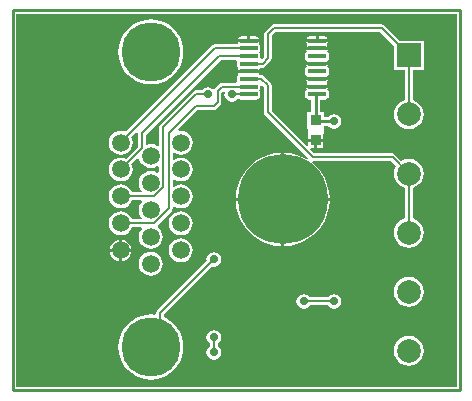
<source format=gbl>
G04*
G04 #@! TF.GenerationSoftware,Altium Limited,Altium Designer,20.1.14 (287)*
G04*
G04 Layer_Physical_Order=2*
G04 Layer_Color=16711680*
%FSLAX25Y25*%
%MOIN*%
G70*
G04*
G04 #@! TF.SameCoordinates,812AF3B6-9DBB-4E22-AB82-19E7777D9F63*
G04*
G04*
G04 #@! TF.FilePolarity,Positive*
G04*
G01*
G75*
%ADD12C,0.01000*%
G04:AMPARAMS|DCode=23|XSize=15.75mil|YSize=59.06mil|CornerRadius=3.94mil|HoleSize=0mil|Usage=FLASHONLY|Rotation=90.000|XOffset=0mil|YOffset=0mil|HoleType=Round|Shape=RoundedRectangle|*
%AMROUNDEDRECTD23*
21,1,0.01575,0.05118,0,0,90.0*
21,1,0.00787,0.05906,0,0,90.0*
1,1,0.00787,0.02559,0.00394*
1,1,0.00787,0.02559,-0.00394*
1,1,0.00787,-0.02559,-0.00394*
1,1,0.00787,-0.02559,0.00394*
%
%ADD23ROUNDEDRECTD23*%
%ADD24R,0.03740X0.03740*%
%ADD25C,0.00600*%
%ADD27C,0.30000*%
%ADD28C,0.03000*%
%ADD29C,0.05906*%
%ADD30C,0.19685*%
%ADD31R,0.07874X0.07874*%
%ADD32C,0.07874*%
%ADD33C,0.02800*%
G36*
X470971Y106529D02*
X324029D01*
Y230971D01*
X470971D01*
Y106529D01*
D02*
G37*
%LPC*%
G36*
X404142Y223364D02*
X402083D01*
Y222457D01*
X405134D01*
X405078Y222738D01*
X404858Y223067D01*
X404529Y223287D01*
X404142Y223364D01*
D02*
G37*
G36*
X401083D02*
X399024D01*
X398636Y223287D01*
X398307Y223067D01*
X398088Y222738D01*
X398032Y222457D01*
X401083D01*
Y223364D01*
D02*
G37*
G36*
X426976D02*
X424917D01*
Y222457D01*
X427968D01*
X427912Y222738D01*
X427693Y223067D01*
X427364Y223287D01*
X426976Y223364D01*
D02*
G37*
G36*
X423917D02*
X421858D01*
X421471Y223287D01*
X421142Y223067D01*
X420922Y222738D01*
X420866Y222457D01*
X423917D01*
Y223364D01*
D02*
G37*
G36*
X427968Y221457D02*
X424417D01*
X420866D01*
X420922Y221175D01*
X421142Y220847D01*
Y220508D01*
X420922Y220179D01*
X420866Y219898D01*
X424417D01*
X427968D01*
X427912Y220179D01*
X427693Y220508D01*
Y220847D01*
X427912Y221175D01*
X427968Y221457D01*
D02*
G37*
G36*
Y218898D02*
X424417D01*
X420866D01*
X420922Y218616D01*
X420927Y218608D01*
X420854Y218237D01*
X420545Y217776D01*
X420437Y217232D01*
Y216445D01*
X420545Y215901D01*
X420854Y215440D01*
X420927Y215069D01*
X420922Y215061D01*
X420866Y214779D01*
X424417D01*
X427968D01*
X427912Y215061D01*
X427907Y215069D01*
X427981Y215440D01*
X428289Y215901D01*
X428397Y216445D01*
Y217232D01*
X428289Y217776D01*
X427981Y218237D01*
X427907Y218608D01*
X427912Y218616D01*
X427968Y218898D01*
D02*
G37*
G36*
Y213779D02*
X424417D01*
X420866D01*
X420922Y213498D01*
X420927Y213490D01*
X420854Y213119D01*
X420545Y212658D01*
X420437Y212114D01*
Y211327D01*
X420545Y210783D01*
X420854Y210322D01*
X420927Y209950D01*
X420922Y209943D01*
X420866Y209661D01*
X424417D01*
X427968D01*
X427912Y209943D01*
X427907Y209950D01*
X427981Y210322D01*
X428289Y210783D01*
X428397Y211327D01*
Y212114D01*
X428289Y212658D01*
X427981Y213119D01*
X427907Y213490D01*
X427912Y213498D01*
X427968Y213779D01*
D02*
G37*
G36*
X369000Y229069D02*
X367299Y228935D01*
X365639Y228537D01*
X364062Y227884D01*
X362607Y226992D01*
X361310Y225883D01*
X360201Y224586D01*
X359309Y223130D01*
X358656Y221554D01*
X358258Y219894D01*
X358124Y218193D01*
X358258Y216492D01*
X358656Y214832D01*
X359309Y213255D01*
X360201Y211800D01*
X361310Y210502D01*
X362607Y209394D01*
X364062Y208502D01*
X365639Y207849D01*
X367299Y207451D01*
X369000Y207317D01*
X370701Y207451D01*
X372361Y207849D01*
X373938Y208502D01*
X375393Y209394D01*
X376691Y210502D01*
X377799Y211800D01*
X378691Y213255D01*
X379344Y214832D01*
X379742Y216492D01*
X379876Y218193D01*
X379742Y219894D01*
X379344Y221554D01*
X378691Y223130D01*
X377799Y224586D01*
X376691Y225883D01*
X375393Y226992D01*
X373938Y227884D01*
X372361Y228537D01*
X370701Y228935D01*
X369000Y229069D01*
D02*
G37*
G36*
X427968Y208661D02*
X424417D01*
X420866D01*
X420922Y208380D01*
X421142Y208051D01*
Y207713D01*
X420922Y207384D01*
X420866Y207102D01*
X424417D01*
X427968D01*
X427912Y207384D01*
X427693Y207713D01*
Y208051D01*
X427912Y208380D01*
X427968Y208661D01*
D02*
G37*
G36*
Y206102D02*
X424417D01*
X420866D01*
X420922Y205821D01*
X420927Y205813D01*
X420854Y205442D01*
X420545Y204981D01*
X420437Y204437D01*
Y203650D01*
X420545Y203106D01*
X420854Y202645D01*
X421314Y202337D01*
X421858Y202229D01*
X422471D01*
Y198216D01*
X421130D01*
Y192476D01*
X421406D01*
Y191213D01*
X421483Y190822D01*
X421530Y190752D01*
Y189154D01*
X424000D01*
X426470D01*
Y190752D01*
X426517Y190822D01*
X426594Y191213D01*
Y192476D01*
X426870D01*
Y193471D01*
X428135D01*
X428270Y193270D01*
X429064Y192739D01*
X430000Y192553D01*
X430936Y192739D01*
X431730Y193270D01*
X432261Y194064D01*
X432447Y195000D01*
X432261Y195936D01*
X431730Y196730D01*
X430936Y197261D01*
X430000Y197447D01*
X429064Y197261D01*
X428270Y196730D01*
X428135Y196529D01*
X426870D01*
Y198216D01*
X425529D01*
Y202229D01*
X426976D01*
X427520Y202337D01*
X427981Y202645D01*
X428289Y203106D01*
X428397Y203650D01*
Y204437D01*
X428289Y204981D01*
X427981Y205442D01*
X427907Y205813D01*
X427912Y205821D01*
X427968Y206102D01*
D02*
G37*
G36*
X446000Y227326D02*
X410000D01*
X409493Y227225D01*
X409063Y226937D01*
X407063Y224937D01*
X406775Y224507D01*
X406674Y224000D01*
Y216549D01*
X405949Y215823D01*
X405520Y216053D01*
X405495Y216105D01*
X405563Y216445D01*
Y217232D01*
X405455Y217776D01*
X405226Y218118D01*
X405455Y218460D01*
X405563Y219004D01*
Y219791D01*
X405455Y220335D01*
X405147Y220796D01*
X405073Y221168D01*
X405078Y221175D01*
X405134Y221457D01*
X401583D01*
X398032D01*
X398088Y221175D01*
X398088Y221174D01*
X397788Y220723D01*
X390398D01*
X389890Y220622D01*
X389460Y220335D01*
X360669Y191544D01*
X360032Y191808D01*
X359000Y191944D01*
X357968Y191808D01*
X357007Y191409D01*
X356181Y190776D01*
X355547Y189950D01*
X355149Y188989D01*
X355013Y187957D01*
X355149Y186925D01*
X355547Y185963D01*
X356181Y185138D01*
X357007Y184504D01*
X357968Y184106D01*
X359000Y183970D01*
X360032Y184106D01*
X360993Y184504D01*
X361819Y185138D01*
X362453Y185963D01*
X362851Y186925D01*
X362987Y187957D01*
X362851Y188989D01*
X362562Y189687D01*
X364237Y191362D01*
X364698Y191116D01*
X364674Y191000D01*
Y186529D01*
X360700Y182555D01*
X360032Y182831D01*
X359000Y182967D01*
X357968Y182831D01*
X357007Y182433D01*
X356181Y181799D01*
X355547Y180974D01*
X355149Y180012D01*
X355013Y178980D01*
X355149Y177948D01*
X355547Y176987D01*
X356181Y176161D01*
X357007Y175528D01*
X357968Y175129D01*
X359000Y174994D01*
X360032Y175129D01*
X360993Y175528D01*
X361819Y176161D01*
X362453Y176987D01*
X362851Y177948D01*
X362987Y178980D01*
X362851Y180012D01*
X362574Y180680D01*
X364654Y182760D01*
X365128Y182599D01*
X365149Y182437D01*
X365547Y181475D01*
X366181Y180649D01*
X367007Y180016D01*
X367968Y179618D01*
X369000Y179482D01*
X370032Y179618D01*
X370993Y180016D01*
X371213Y180184D01*
X371661Y179963D01*
Y177998D01*
X371213Y177776D01*
X370993Y177945D01*
X370032Y178343D01*
X369000Y178479D01*
X367968Y178343D01*
X367007Y177945D01*
X366181Y177311D01*
X365547Y176486D01*
X365149Y175524D01*
X365013Y174492D01*
X365149Y173460D01*
X365547Y172499D01*
X366061Y171829D01*
X365852Y171329D01*
X362729D01*
X362453Y171997D01*
X361819Y172823D01*
X360993Y173457D01*
X360032Y173855D01*
X359000Y173991D01*
X357968Y173855D01*
X357007Y173457D01*
X356181Y172823D01*
X355547Y171997D01*
X355149Y171036D01*
X355013Y170004D01*
X355149Y168972D01*
X355547Y168010D01*
X356181Y167185D01*
X357007Y166551D01*
X357968Y166153D01*
X359000Y166017D01*
X360032Y166153D01*
X360993Y166551D01*
X361819Y167185D01*
X362453Y168010D01*
X362729Y168678D01*
X365852D01*
X366061Y168178D01*
X365547Y167509D01*
X365149Y166548D01*
X365013Y165516D01*
X365149Y164484D01*
X365547Y163522D01*
X366061Y162853D01*
X365852Y162353D01*
X362729D01*
X362453Y163021D01*
X361819Y163847D01*
X360993Y164480D01*
X360032Y164879D01*
X359000Y165014D01*
X357968Y164879D01*
X357007Y164480D01*
X356181Y163847D01*
X355547Y163021D01*
X355149Y162059D01*
X355013Y161028D01*
X355149Y159996D01*
X355547Y159034D01*
X356181Y158208D01*
X357007Y157575D01*
X357968Y157176D01*
X359000Y157041D01*
X360032Y157176D01*
X360993Y157575D01*
X361819Y158208D01*
X362453Y159034D01*
X362729Y159702D01*
X365852D01*
X366061Y159202D01*
X365547Y158533D01*
X365149Y157571D01*
X365013Y156539D01*
X365149Y155508D01*
X365547Y154546D01*
X366181Y153720D01*
X367007Y153087D01*
X367968Y152688D01*
X369000Y152552D01*
X370032Y152688D01*
X370993Y153087D01*
X371819Y153720D01*
X372453Y154546D01*
X372851Y155508D01*
X372987Y156539D01*
X372851Y157571D01*
X372453Y158533D01*
X371819Y159359D01*
X371322Y159740D01*
X371271Y160396D01*
X375937Y165063D01*
X376225Y165493D01*
X376325Y166000D01*
Y166509D01*
X376774Y166730D01*
X377007Y166551D01*
X377968Y166153D01*
X379000Y166017D01*
X380032Y166153D01*
X380993Y166551D01*
X381819Y167185D01*
X382453Y168010D01*
X382851Y168972D01*
X382987Y170004D01*
X382851Y171036D01*
X382453Y171997D01*
X381819Y172823D01*
X380993Y173457D01*
X380032Y173855D01*
X379000Y173991D01*
X377968Y173855D01*
X377007Y173457D01*
X376774Y173278D01*
X376325Y173499D01*
Y175485D01*
X376774Y175706D01*
X377007Y175528D01*
X377968Y175129D01*
X379000Y174994D01*
X380032Y175129D01*
X380993Y175528D01*
X381819Y176161D01*
X382453Y176987D01*
X382851Y177948D01*
X382987Y178980D01*
X382851Y180012D01*
X382453Y180974D01*
X381819Y181799D01*
X380993Y182433D01*
X380032Y182831D01*
X379000Y182967D01*
X377968Y182831D01*
X377007Y182433D01*
X376774Y182255D01*
X376325Y182476D01*
Y184461D01*
X376774Y184683D01*
X377007Y184504D01*
X377968Y184106D01*
X379000Y183970D01*
X380032Y184106D01*
X380993Y184504D01*
X381819Y185138D01*
X382453Y185963D01*
X382851Y186925D01*
X382987Y187957D01*
X382851Y188989D01*
X382453Y189950D01*
X381819Y190776D01*
X380993Y191409D01*
X380032Y191808D01*
X379000Y191944D01*
X378453Y191872D01*
X378220Y192345D01*
X384549Y198674D01*
X389925D01*
X390432Y198775D01*
X390862Y199063D01*
X392187Y200388D01*
X392475Y200818D01*
X392576Y201325D01*
Y204625D01*
X392980Y205029D01*
X393298Y204995D01*
X393652Y204497D01*
X393553Y204000D01*
X393739Y203064D01*
X394270Y202270D01*
X395064Y201739D01*
X396000Y201553D01*
X396936Y201739D01*
X397730Y202270D01*
X397981Y202645D01*
X398019D01*
X398480Y202337D01*
X399024Y202229D01*
X404142D01*
X404685Y202337D01*
X405147Y202645D01*
X405455Y203106D01*
X405563Y203650D01*
Y204437D01*
X405455Y204981D01*
X405226Y205323D01*
X405455Y205665D01*
X405563Y206209D01*
Y206856D01*
X405916Y207054D01*
X406050Y207076D01*
X406674Y206451D01*
Y198000D01*
X406775Y197493D01*
X407063Y197063D01*
X421376Y182750D01*
X421064Y182355D01*
X420104Y182943D01*
X417836Y183882D01*
X415448Y184456D01*
X413500Y184609D01*
Y169500D01*
X428609D01*
X428456Y171448D01*
X427882Y173836D01*
X426943Y176104D01*
X425660Y178198D01*
X424065Y180065D01*
X422710Y181222D01*
X422935Y181687D01*
X423000Y181675D01*
X449081D01*
X450672Y180083D01*
X450190Y178919D01*
X450020Y177630D01*
X450190Y176341D01*
X450688Y175140D01*
X451479Y174109D01*
X452510Y173318D01*
X453675Y172835D01*
Y162740D01*
X452510Y162257D01*
X451479Y161466D01*
X450688Y160435D01*
X450190Y159234D01*
X450020Y157945D01*
X450190Y156656D01*
X450688Y155455D01*
X451479Y154424D01*
X452510Y153632D01*
X453711Y153135D01*
X455000Y152965D01*
X456289Y153135D01*
X457490Y153632D01*
X458521Y154424D01*
X459312Y155455D01*
X459810Y156656D01*
X459980Y157945D01*
X459810Y159234D01*
X459312Y160435D01*
X458521Y161466D01*
X457490Y162257D01*
X456325Y162740D01*
Y172835D01*
X457490Y173318D01*
X458521Y174109D01*
X459312Y175140D01*
X459810Y176341D01*
X459980Y177630D01*
X459810Y178919D01*
X459312Y180120D01*
X458521Y181151D01*
X457490Y181942D01*
X456289Y182440D01*
X455000Y182609D01*
X453711Y182440D01*
X452547Y181958D01*
X450567Y183937D01*
X450137Y184225D01*
X449630Y184326D01*
X423549D01*
X422153Y185722D01*
X422344Y186184D01*
X423500D01*
Y188154D01*
X421530D01*
Y186998D01*
X421068Y186806D01*
X409326Y198549D01*
Y207000D01*
X409225Y207507D01*
X408937Y207937D01*
X406776Y210099D01*
X406346Y210386D01*
X405839Y210487D01*
X405377D01*
X405077Y210938D01*
X405078Y210939D01*
X405134Y211221D01*
X401583D01*
X398032D01*
X398088Y210939D01*
X398093Y210931D01*
X398019Y210560D01*
X397711Y210099D01*
X397603Y209555D01*
Y208768D01*
X397670Y208428D01*
X397353Y207928D01*
X392679D01*
X392171Y207827D01*
X391741Y207540D01*
X390313Y206111D01*
X390195Y205935D01*
X390096Y205891D01*
X389591Y205829D01*
X389573Y205835D01*
X388936Y206261D01*
X388000Y206447D01*
X387064Y206261D01*
X386270Y205730D01*
X385999Y205326D01*
X384000D01*
X383493Y205225D01*
X383063Y204937D01*
X372050Y193924D01*
X371762Y193494D01*
X371661Y192987D01*
Y186974D01*
X371213Y186753D01*
X370993Y186921D01*
X370032Y187320D01*
X369000Y187455D01*
X367968Y187320D01*
X367741Y187225D01*
X367325Y187503D01*
Y190451D01*
X392388Y215513D01*
X397353D01*
X397670Y215013D01*
X397603Y214673D01*
Y213886D01*
X397711Y213342D01*
X398019Y212881D01*
X398093Y212510D01*
X398088Y212502D01*
X398032Y212221D01*
X401583D01*
X405134D01*
X405078Y212502D01*
X405077Y212503D01*
X405377Y212954D01*
X406280D01*
X406787Y213055D01*
X407217Y213342D01*
X408937Y215063D01*
X409225Y215493D01*
X409326Y216000D01*
Y223451D01*
X410549Y224675D01*
X445451D01*
X450063Y220062D01*
Y212063D01*
X453675D01*
Y202110D01*
X452510Y201627D01*
X451479Y200836D01*
X450688Y199805D01*
X450190Y198604D01*
X450020Y197315D01*
X450190Y196026D01*
X450688Y194825D01*
X451479Y193794D01*
X452510Y193002D01*
X453711Y192505D01*
X455000Y192335D01*
X456289Y192505D01*
X457490Y193002D01*
X458521Y193794D01*
X459312Y194825D01*
X459810Y196026D01*
X459980Y197315D01*
X459810Y198604D01*
X459312Y199805D01*
X458521Y200836D01*
X457490Y201627D01*
X456325Y202110D01*
Y212063D01*
X459937D01*
Y221937D01*
X451937D01*
X446937Y226937D01*
X446507Y227225D01*
X446000Y227326D01*
D02*
G37*
G36*
X426470Y188154D02*
X424500D01*
Y186184D01*
X426470D01*
Y188154D01*
D02*
G37*
G36*
X412500Y184609D02*
X410552Y184456D01*
X408164Y183882D01*
X405896Y182943D01*
X403802Y181660D01*
X401935Y180065D01*
X400340Y178198D01*
X399057Y176104D01*
X398118Y173836D01*
X397544Y171448D01*
X397391Y169500D01*
X412500D01*
Y184609D01*
D02*
G37*
G36*
X379000Y165014D02*
X377968Y164879D01*
X377007Y164480D01*
X376181Y163847D01*
X375547Y163021D01*
X375149Y162059D01*
X375013Y161028D01*
X375149Y159996D01*
X375547Y159034D01*
X376181Y158208D01*
X377007Y157575D01*
X377968Y157176D01*
X379000Y157041D01*
X380032Y157176D01*
X380993Y157575D01*
X381819Y158208D01*
X382453Y159034D01*
X382851Y159996D01*
X382987Y161028D01*
X382851Y162059D01*
X382453Y163021D01*
X381819Y163847D01*
X380993Y164480D01*
X380032Y164879D01*
X379000Y165014D01*
D02*
G37*
G36*
X428609Y168500D02*
X413500D01*
Y153391D01*
X415448Y153544D01*
X417836Y154118D01*
X420104Y155057D01*
X422198Y156340D01*
X424065Y157935D01*
X425660Y159802D01*
X426943Y161896D01*
X427882Y164164D01*
X428456Y166552D01*
X428609Y168500D01*
D02*
G37*
G36*
X412500D02*
X397391D01*
X397544Y166552D01*
X398118Y164164D01*
X399057Y161896D01*
X400340Y159802D01*
X401935Y157935D01*
X403802Y156340D01*
X405896Y155057D01*
X408164Y154118D01*
X410552Y153544D01*
X412500Y153391D01*
Y168500D01*
D02*
G37*
G36*
X359500Y155569D02*
Y152551D01*
X362518D01*
X362461Y152979D01*
X362103Y153843D01*
X361534Y154585D01*
X360792Y155155D01*
X359927Y155512D01*
X359500Y155569D01*
D02*
G37*
G36*
X358500D02*
X358073Y155512D01*
X357208Y155155D01*
X356466Y154585D01*
X355897Y153843D01*
X355539Y152979D01*
X355482Y152551D01*
X358500D01*
Y155569D01*
D02*
G37*
G36*
X362518Y151551D02*
X359500D01*
Y148534D01*
X359927Y148590D01*
X360792Y148948D01*
X361534Y149517D01*
X362103Y150259D01*
X362461Y151124D01*
X362518Y151551D01*
D02*
G37*
G36*
X358500D02*
X355482D01*
X355539Y151124D01*
X355897Y150259D01*
X356466Y149517D01*
X357208Y148948D01*
X358073Y148590D01*
X358500Y148534D01*
Y151551D01*
D02*
G37*
G36*
X379000Y156038D02*
X377968Y155902D01*
X377007Y155504D01*
X376181Y154870D01*
X375547Y154045D01*
X375149Y153083D01*
X375013Y152051D01*
X375149Y151019D01*
X375547Y150058D01*
X376181Y149232D01*
X377007Y148599D01*
X377968Y148200D01*
X379000Y148064D01*
X380032Y148200D01*
X380993Y148599D01*
X381819Y149232D01*
X382453Y150058D01*
X382851Y151019D01*
X382987Y152051D01*
X382851Y153083D01*
X382453Y154045D01*
X381819Y154870D01*
X380993Y155504D01*
X380032Y155902D01*
X379000Y156038D01*
D02*
G37*
G36*
X390000Y151447D02*
X389064Y151261D01*
X388270Y150730D01*
X387739Y149936D01*
X387553Y149000D01*
X387648Y148522D01*
X371208Y132082D01*
X370920Y131652D01*
X370819Y131145D01*
Y131008D01*
X370319Y130579D01*
X369000Y130683D01*
X367299Y130549D01*
X365639Y130151D01*
X364062Y129498D01*
X362607Y128606D01*
X361310Y127498D01*
X360201Y126200D01*
X359309Y124745D01*
X358656Y123168D01*
X358258Y121509D01*
X358124Y119807D01*
X358258Y118106D01*
X358656Y116446D01*
X359309Y114869D01*
X360201Y113414D01*
X361310Y112117D01*
X362607Y111008D01*
X364062Y110117D01*
X365639Y109463D01*
X367299Y109065D01*
X369000Y108931D01*
X370701Y109065D01*
X372361Y109463D01*
X373938Y110117D01*
X375393Y111008D01*
X376691Y112117D01*
X377799Y113414D01*
X378691Y114869D01*
X379344Y116446D01*
X379742Y118106D01*
X379876Y119807D01*
X379742Y121509D01*
X379344Y123168D01*
X378691Y124745D01*
X377799Y126200D01*
X376691Y127498D01*
X375393Y128606D01*
X373938Y129498D01*
X373470Y129691D01*
Y130596D01*
X389523Y146648D01*
X390000Y146553D01*
X390936Y146739D01*
X391730Y147270D01*
X392261Y148064D01*
X392447Y149000D01*
X392261Y149936D01*
X391730Y150730D01*
X390936Y151261D01*
X390000Y151447D01*
D02*
G37*
G36*
X369000Y151550D02*
X367968Y151414D01*
X367007Y151016D01*
X366181Y150382D01*
X365547Y149556D01*
X365149Y148595D01*
X365013Y147563D01*
X365149Y146531D01*
X365547Y145570D01*
X366181Y144744D01*
X367007Y144110D01*
X367968Y143712D01*
X369000Y143576D01*
X370032Y143712D01*
X370993Y144110D01*
X371819Y144744D01*
X372453Y145570D01*
X372851Y146531D01*
X372987Y147563D01*
X372851Y148595D01*
X372453Y149556D01*
X371819Y150382D01*
X370993Y151016D01*
X370032Y151414D01*
X369000Y151550D01*
D02*
G37*
G36*
X430000Y137447D02*
X429064Y137261D01*
X428270Y136730D01*
X427999Y136326D01*
X422001D01*
X421730Y136730D01*
X420936Y137261D01*
X420000Y137447D01*
X419064Y137261D01*
X418270Y136730D01*
X417739Y135936D01*
X417553Y135000D01*
X417739Y134064D01*
X418270Y133270D01*
X419064Y132739D01*
X420000Y132553D01*
X420936Y132739D01*
X421730Y133270D01*
X422001Y133675D01*
X427999D01*
X428270Y133270D01*
X429064Y132739D01*
X430000Y132553D01*
X430936Y132739D01*
X431730Y133270D01*
X432261Y134064D01*
X432447Y135000D01*
X432261Y135936D01*
X431730Y136730D01*
X430936Y137261D01*
X430000Y137447D01*
D02*
G37*
G36*
X455000Y143239D02*
X453711Y143070D01*
X452510Y142572D01*
X451479Y141781D01*
X450688Y140750D01*
X450190Y139549D01*
X450020Y138260D01*
X450190Y136971D01*
X450688Y135770D01*
X451479Y134739D01*
X452510Y133947D01*
X453711Y133450D01*
X455000Y133280D01*
X456289Y133450D01*
X457490Y133947D01*
X458521Y134739D01*
X459312Y135770D01*
X459810Y136971D01*
X459980Y138260D01*
X459810Y139549D01*
X459312Y140750D01*
X458521Y141781D01*
X457490Y142572D01*
X456289Y143070D01*
X455000Y143239D01*
D02*
G37*
G36*
X390000Y125468D02*
X389064Y125281D01*
X388270Y124751D01*
X387739Y123957D01*
X387553Y123021D01*
X387739Y122084D01*
X388270Y121290D01*
X388674Y121020D01*
Y120001D01*
X388270Y119730D01*
X387739Y118936D01*
X387553Y118000D01*
X387739Y117064D01*
X388270Y116270D01*
X389064Y115739D01*
X390000Y115553D01*
X390936Y115739D01*
X391730Y116270D01*
X392261Y117064D01*
X392447Y118000D01*
X392261Y118936D01*
X391730Y119730D01*
X391325Y120001D01*
Y121020D01*
X391730Y121290D01*
X392261Y122084D01*
X392447Y123021D01*
X392261Y123957D01*
X391730Y124751D01*
X390936Y125281D01*
X390000Y125468D01*
D02*
G37*
G36*
X455000Y123554D02*
X453711Y123385D01*
X452510Y122887D01*
X451479Y122096D01*
X450688Y121065D01*
X450190Y119864D01*
X450020Y118575D01*
X450190Y117286D01*
X450688Y116085D01*
X451479Y115054D01*
X452510Y114262D01*
X453711Y113765D01*
X455000Y113595D01*
X456289Y113765D01*
X457490Y114262D01*
X458521Y115054D01*
X459312Y116085D01*
X459810Y117286D01*
X459980Y118575D01*
X459810Y119864D01*
X459312Y121065D01*
X458521Y122096D01*
X457490Y122887D01*
X456289Y123385D01*
X455000Y123554D01*
D02*
G37*
%LPD*%
D12*
X424000Y195346D02*
X424346Y195000D01*
X430000D01*
X424000Y195346D02*
Y203756D01*
X424287Y204043D01*
X424417D01*
X323000Y232000D02*
X465000D01*
X323000Y105500D02*
Y232000D01*
Y105500D02*
X472000D01*
Y232000D01*
X465000D02*
X472000D01*
D23*
X401583Y204043D02*
D03*
Y206602D02*
D03*
Y209161D02*
D03*
Y211720D02*
D03*
Y214280D02*
D03*
Y216839D02*
D03*
Y219398D02*
D03*
Y221957D02*
D03*
X424417Y204043D02*
D03*
Y206602D02*
D03*
Y209161D02*
D03*
Y211720D02*
D03*
Y214280D02*
D03*
Y216839D02*
D03*
Y219398D02*
D03*
Y221957D02*
D03*
D24*
X424000Y195346D02*
D03*
Y188654D02*
D03*
D25*
X408000Y198000D02*
Y207000D01*
X423000Y183000D02*
X449630D01*
X408000Y198000D02*
X423000Y183000D01*
X449630D02*
X455000Y177630D01*
X405839Y209161D02*
X408000Y207000D01*
X401583Y209161D02*
X405839D01*
X369000Y119807D02*
X372145Y122952D01*
Y131145D01*
X390000Y149000D01*
X420000Y135000D02*
X430000D01*
X455000Y157945D02*
Y177630D01*
Y197315D02*
Y217000D01*
X446000Y226000D02*
X455000Y217000D01*
X410000Y226000D02*
X446000D01*
X408000Y216000D02*
Y224000D01*
X410000Y226000D01*
X401583Y214280D02*
X406280D01*
X408000Y216000D01*
X390398Y219398D02*
X401583D01*
X359000Y188000D02*
X390398Y219398D01*
X359000Y187957D02*
Y188000D01*
X391839Y216839D02*
X401583D01*
X366000Y191000D02*
X391839Y216839D01*
X359000Y178980D02*
X366000Y185980D01*
Y191000D01*
X389925Y200000D02*
X391250Y201325D01*
X375000Y166000D02*
Y191000D01*
X372987Y173030D02*
Y192987D01*
X384000Y204000D01*
X391250Y201325D02*
Y205174D01*
X375000Y191000D02*
X384000Y200000D01*
X391250Y205174D02*
X392679Y206602D01*
X401583D01*
X384000Y200000D02*
X389925D01*
X401583Y206602D02*
X401583Y206602D01*
X384000Y204000D02*
X388000D01*
X359000Y161028D02*
X370028D01*
X375000Y166000D01*
X359000Y170004D02*
X369960D01*
X372987Y173030D01*
X401561Y204022D02*
X401583Y204043D01*
X396022Y204022D02*
X401561D01*
X396000Y204000D02*
X396022Y204022D01*
X390000Y118000D02*
Y123021D01*
D27*
X413000Y169000D02*
D03*
D28*
X422843Y174906D02*
D03*
X418905Y159158D02*
D03*
X403158Y163094D02*
D03*
X418905Y178842D02*
D03*
X422843Y163094D02*
D03*
X407094Y159158D02*
D03*
Y178842D02*
D03*
X401750Y169000D02*
D03*
X413000Y157750D02*
D03*
X424250Y169000D02*
D03*
X413000Y180250D02*
D03*
X403158Y174906D02*
D03*
D29*
X359000Y152051D02*
D03*
Y161028D02*
D03*
Y170004D02*
D03*
Y178980D02*
D03*
Y187957D02*
D03*
X379000D02*
D03*
X369000Y174492D02*
D03*
X379000Y178980D02*
D03*
X369000Y165516D02*
D03*
X379000Y170004D02*
D03*
X369000Y156539D02*
D03*
X379000Y161028D02*
D03*
X369000Y183468D02*
D03*
Y147563D02*
D03*
X379000Y152051D02*
D03*
D30*
X369000Y119807D02*
D03*
Y218193D02*
D03*
D31*
X455000Y217000D02*
D03*
D32*
Y197315D02*
D03*
Y177630D02*
D03*
Y157945D02*
D03*
Y138260D02*
D03*
Y118575D02*
D03*
D33*
X390000Y149000D02*
D03*
X430000Y135000D02*
D03*
X420000D02*
D03*
X388000Y204000D02*
D03*
X396000D02*
D03*
X390000Y123021D02*
D03*
Y118000D02*
D03*
X430000Y195000D02*
D03*
M02*

</source>
